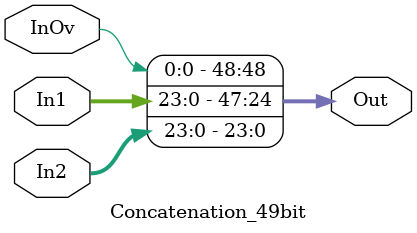
<source format=v>
module Concatenation_49bit( In1, In2, InOv, Out);
input [23:0] In1;
input [23:0] In2;
input InOv;
output [48: 0] Out;

assign Out = {InOv, In1, In2};

endmodule

</source>
